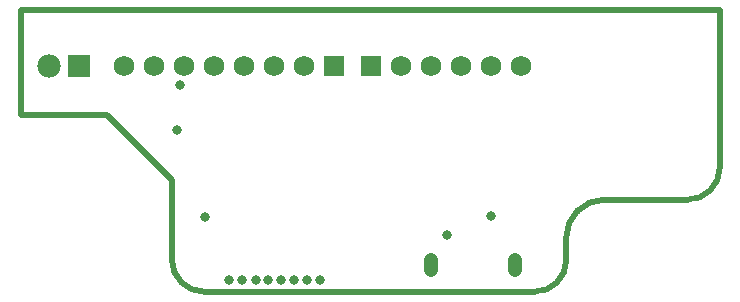
<source format=gbs>
G04*
G04 #@! TF.GenerationSoftware,Altium Limited,CircuitStudio,1.5.2 (30)*
G04*
G04 Layer_Color=8150272*
%FSLAX44Y44*%
%MOMM*%
G71*
G01*
G75*
%ADD21C,0.5000*%
%ADD48C,1.7272*%
%ADD49R,1.7272X1.7272*%
%ADD51O,1.2532X2.0532*%
%ADD52R,1.9812X1.9812*%
%ADD53C,1.9812*%
%ADD54C,0.8032*%
D21*
X297169Y298995D02*
G03*
X324869Y271295I27700J0D01*
G01*
X604286D02*
G03*
X631240Y298249I0J26955D01*
G01*
X734015Y349295D02*
G03*
X761240Y376520I0J27225D01*
G01*
X662940Y349295D02*
G03*
X641260Y340315I0J-30661D01*
G01*
X640220Y339275D02*
G03*
X631240Y317595I21680J-21680D01*
G01*
Y298249D02*
Y317595D01*
X324869Y271295D02*
X604286D01*
X761240Y376520D02*
Y393995D01*
X614240Y510000D02*
X761240D01*
Y393995D02*
Y510000D01*
X662940Y349295D02*
X734015D01*
X640220Y339275D02*
X641260Y340315D01*
X169240Y510000D02*
X614240D01*
X169240Y421295D02*
Y510000D01*
X297169Y298995D02*
Y366295D01*
X242169Y421295D02*
X297169Y366295D01*
X169240Y421295D02*
X242169D01*
D48*
X307340Y462925D02*
D03*
X332740D02*
D03*
X358140D02*
D03*
X383540D02*
D03*
X408940D02*
D03*
X281940D02*
D03*
X256540D02*
D03*
X491140D02*
D03*
X516540D02*
D03*
X541940D02*
D03*
X567340D02*
D03*
X592740D02*
D03*
D49*
X434340D02*
D03*
X465740D02*
D03*
D51*
X516490Y293795D02*
D03*
X587990D02*
D03*
D52*
X218440Y462925D02*
D03*
D53*
X193040Y462925D02*
D03*
D54*
X567240Y335295D02*
D03*
X530240Y319295D02*
D03*
X422910Y281295D02*
D03*
X411480D02*
D03*
X400700D02*
D03*
X378940D02*
D03*
X356870D02*
D03*
X325000Y335000D02*
D03*
X302000Y408000D02*
D03*
X389700Y281295D02*
D03*
X368240D02*
D03*
X345700D02*
D03*
X304240Y446295D02*
D03*
M02*

</source>
